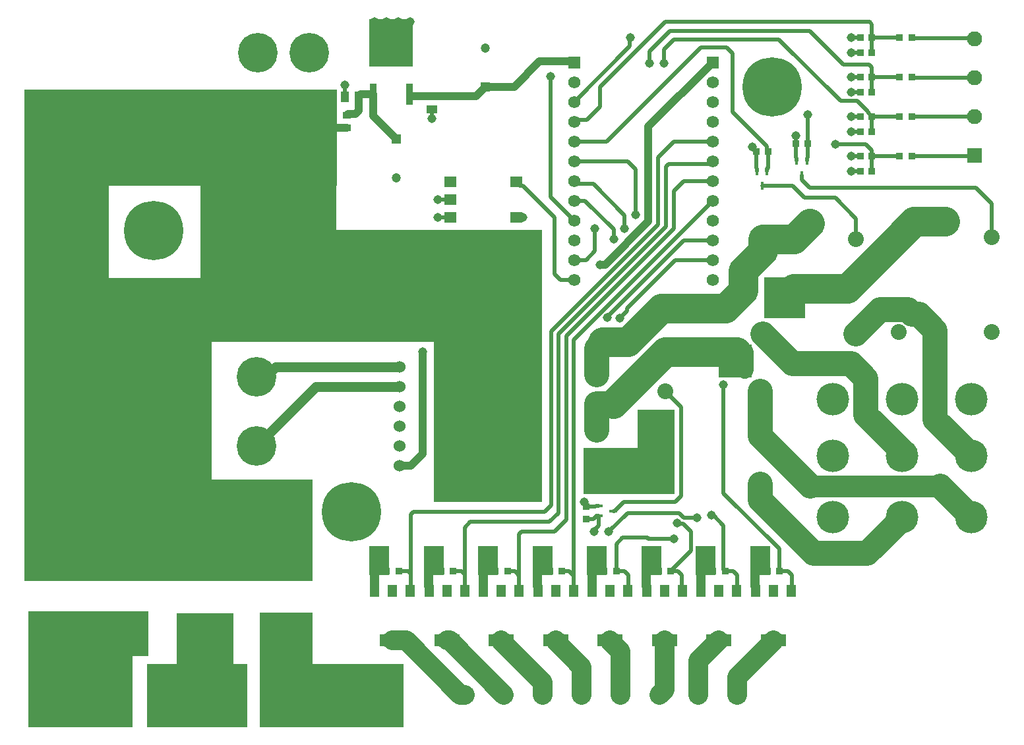
<source format=gtl>
G04*
G04 #@! TF.GenerationSoftware,Altium Limited,Altium Designer,21.6.4 (81)*
G04*
G04 Layer_Physical_Order=1*
G04 Layer_Color=255*
%FSLAX25Y25*%
%MOIN*%
G70*
G04*
G04 #@! TF.SameCoordinates,954FB955-D8E7-4683-B3BB-D37EB7A61878*
G04*
G04*
G04 #@! TF.FilePolarity,Positive*
G04*
G01*
G75*
%ADD15C,0.02000*%
%ADD16R,0.03661X0.03425*%
%ADD17R,0.04400X0.01800*%
%ADD18R,0.03425X0.03661*%
%ADD19R,0.04724X0.06299*%
%ADD20R,0.12992X0.06299*%
%ADD21R,0.04331X0.05433*%
%ADD22R,0.03898X0.03661*%
%ADD23R,0.06299X0.05512*%
%ADD24R,0.05433X0.04331*%
%ADD26R,0.03819X0.11142*%
%ADD27R,0.01800X0.04400*%
%ADD28R,0.03543X0.03819*%
%ADD29R,0.03740X0.03661*%
%ADD58R,0.22165X0.23976*%
%ADD59C,0.15000*%
%ADD60C,0.09000*%
%ADD61C,0.12500*%
%ADD62C,0.04000*%
%ADD63C,0.05000*%
%ADD64C,0.10000*%
%ADD65C,0.11000*%
%ADD66R,0.17000X0.17000*%
%ADD67R,0.21000X0.21000*%
%ADD68R,0.55000X1.26000*%
%ADD69R,1.73000X0.57000*%
%ADD70R,0.69000X0.86500*%
%ADD71R,0.42500X1.10500*%
%ADD72R,0.05000X0.15500*%
%ADD73R,0.10000X0.14500*%
%ADD74R,0.19000X0.43000*%
%ADD75R,0.33000X0.23500*%
%ADD76R,0.53000X0.59000*%
%ADD77R,0.31000X0.23000*%
%ADD78R,0.51000X0.32000*%
%ADD79R,0.29000X0.35000*%
%ADD80R,0.27000X0.58000*%
%ADD81R,0.73000X0.32000*%
%ADD82R,1.02500X0.51500*%
%ADD83R,0.95000X1.53500*%
%ADD84R,1.58000X0.49000*%
%ADD85C,0.09000*%
%ADD86C,0.07677*%
%ADD87R,0.07677X0.07677*%
%ADD88R,0.07677X0.07677*%
%ADD89C,0.16500*%
%ADD90C,0.04724*%
%ADD91R,0.04724X0.04724*%
%ADD92C,0.20000*%
%ADD93C,0.08000*%
%ADD94C,0.06000*%
%ADD95C,0.06142*%
%ADD96R,0.06142X0.06142*%
%ADD97C,0.04500*%
%ADD98C,0.30000*%
D15*
X355500Y124500D02*
Y179500D01*
Y124500D02*
X383671Y96329D01*
X303000Y213000D02*
Y213086D01*
X306669Y216755D01*
Y218169D02*
X331000Y242500D01*
X306669Y216755D02*
Y218169D01*
X296755Y213755D02*
X335500Y252500D01*
X350000D01*
X296755Y213245D02*
Y213755D01*
X334000Y123000D02*
Y168106D01*
X304850Y120000D02*
X331000D01*
X334000Y123000D01*
X325984Y176122D02*
X334000Y168106D01*
X279655Y82845D02*
Y202155D01*
X350000Y272500D01*
X268500Y118500D02*
Y206500D01*
X322500Y260500D02*
Y294500D01*
X330500Y258500D02*
Y277500D01*
X276000Y111000D02*
Y204000D01*
X326500Y259500D02*
Y289828D01*
X268500Y206500D02*
X322500Y260500D01*
X272000Y205000D02*
X326500Y259500D01*
X276000Y204000D02*
X330500Y258500D01*
X272000Y114500D02*
Y205000D01*
X270000Y105000D02*
X276000Y111000D01*
X267500Y110000D02*
X272000Y114500D01*
X198672Y115000D02*
X265000D01*
X227500Y110000D02*
X267500D01*
X253327Y105000D02*
X270000D01*
X265000Y115000D02*
X268500Y118500D01*
X273671Y85000D02*
X277500D01*
X300350Y115500D02*
X304850Y120000D01*
X285478Y118093D02*
Y119522D01*
Y118093D02*
X286000Y117571D01*
X285000Y120000D02*
X285478Y119522D01*
X286000Y117571D02*
X290571D01*
X291299Y112900D02*
X292100D01*
X290000Y105000D02*
Y105676D01*
X292200Y107877D01*
X292100Y112900D02*
X292200Y112800D01*
Y107877D02*
Y112800D01*
X291299Y112900D02*
X292200D01*
X299800Y115500D02*
X300350D01*
X297500Y105000D02*
X307000Y114500D01*
X333010D01*
X197500Y83500D02*
Y113828D01*
X198672Y115000D01*
X224655Y107155D02*
X227500Y110000D01*
X224655Y83345D02*
Y107155D01*
X252155Y103828D02*
X253327Y105000D01*
X252155Y82845D02*
Y103828D01*
X211000Y264000D02*
X211142Y264142D01*
X211000Y273000D02*
X217465D01*
X211142Y264142D02*
X217465D01*
X252291Y280102D02*
X253898D01*
X250535Y281858D02*
X252291Y280102D01*
X253898D02*
X270000Y264000D01*
Y235500D02*
Y264000D01*
X268000Y274500D02*
X280000Y262500D01*
X268000Y274500D02*
Y335500D01*
X420000Y327500D02*
X424594D01*
X330500Y354000D02*
X383500D01*
X414644Y322856D02*
X423162D01*
X383500Y354000D02*
X414644Y322856D01*
X328500Y358500D02*
X399000D01*
X416000Y341500D02*
X429000D01*
X399000Y358500D02*
X416000Y341500D01*
X360000Y317500D02*
Y347000D01*
Y317500D02*
X377358Y300142D01*
Y298213D02*
Y300142D01*
Y298213D02*
X378071Y297500D01*
X370030Y299517D02*
X371929Y297618D01*
X370030Y299517D02*
Y299530D01*
X378071Y289171D02*
Y297618D01*
X357000Y350000D02*
X360000Y347000D01*
X371929Y288971D02*
Y297618D01*
X333010Y114500D02*
X335392Y112118D01*
X341882D01*
X342000Y112000D01*
X355500Y85671D02*
X356171Y85000D01*
X355500Y85671D02*
Y108177D01*
X350177Y113500D02*
X355500Y108177D01*
X349500Y113500D02*
X350177D01*
X317412Y101500D02*
X330500D01*
X316912Y102000D02*
X317412Y101500D01*
X304500Y102000D02*
X316912D01*
X332382Y109118D02*
X335043D01*
X339000Y105161D01*
X332000Y109500D02*
X332382Y109118D01*
X311000Y265500D02*
Y288500D01*
X307000Y292500D02*
X311000Y288500D01*
X280000Y292500D02*
X307000D01*
X430500Y295008D02*
Y298000D01*
X430492Y295000D02*
X430500Y295008D01*
X412000Y301000D02*
X427500D01*
X430500Y298000D01*
X270000Y235500D02*
X273000Y232500D01*
X280000Y322500D02*
X308022Y350522D01*
Y354522D01*
X308500Y355000D01*
X398035Y301535D02*
Y315965D01*
X398000Y316000D02*
X398035Y315965D01*
Y301535D02*
X398071Y301500D01*
X423162Y322856D02*
X428306Y317711D01*
Y317324D02*
X430492Y315138D01*
X428306Y317324D02*
Y317711D01*
X293000Y330000D02*
X326000Y363000D01*
X429321D01*
X293000Y320000D02*
Y330000D01*
X280000Y302500D02*
X296500D01*
X344000Y350000D02*
X357000D01*
X296500Y302500D02*
X344000Y350000D01*
X318000Y342000D02*
Y348000D01*
X328500Y358500D01*
X290500Y247000D02*
Y258500D01*
X286000Y242500D02*
X290500Y247000D01*
X280000Y242500D02*
X286000D01*
X289543Y280957D02*
X305500Y265000D01*
X282663Y280957D02*
X289543D01*
X305500Y258500D02*
Y265000D01*
X280000Y282500D02*
X281121D01*
X282663Y280957D01*
X300000Y253000D02*
Y258000D01*
X285500Y272500D02*
X300000Y258000D01*
X280000Y272500D02*
X285500D01*
X331000Y242500D02*
X350000D01*
X325500Y342000D02*
Y349000D01*
X301171Y98671D02*
X304500Y102000D01*
X339000Y95329D02*
Y105161D01*
X328671Y85000D02*
X339000Y95329D01*
X301171Y85000D02*
Y98671D01*
X273000Y232500D02*
X280000D01*
X330500Y277500D02*
X335500Y282500D01*
X350000D01*
X326500Y289828D02*
X327672Y291000D01*
X347379D02*
X348879Y292500D01*
X327672Y291000D02*
X347379D01*
X348879Y292500D02*
X350000D01*
X322500Y294500D02*
X330500Y302500D01*
X350000D01*
X383671Y85000D02*
Y96329D01*
X325500Y349000D02*
X330500Y354000D01*
X430492Y355000D02*
Y361828D01*
X429321Y363000D02*
X430492Y361828D01*
Y315000D02*
Y315138D01*
X372300Y287500D02*
Y288600D01*
X371929Y288971D02*
X372300Y288600D01*
X430492Y335000D02*
Y340008D01*
X429000Y341500D02*
X430492Y340008D01*
X391929Y301500D02*
Y305429D01*
X392000Y305500D01*
X377500Y287500D02*
Y288600D01*
X378071Y289171D01*
X391929Y294371D02*
X392400Y293900D01*
X391929Y294371D02*
Y301500D01*
X392400Y292800D02*
Y293900D01*
X397600D02*
X398071Y294371D01*
Y301500D01*
X397600Y292800D02*
Y293900D01*
X286186Y313186D02*
X293000Y320000D01*
X280686Y313186D02*
X286186D01*
X280000Y312500D02*
X280686Y313186D01*
X420000Y287500D02*
X424594D01*
X420000Y295000D02*
X424508D01*
X420000Y307500D02*
X424594D01*
X420000Y315000D02*
X424508D01*
X420000Y335000D02*
X424508D01*
X420000Y347500D02*
X424594D01*
X420000Y355000D02*
X424508D01*
X430492D02*
X444429D01*
X430449Y354957D02*
X430492Y355000D01*
X430449Y347543D02*
Y354957D01*
X430406Y347500D02*
X430449Y347543D01*
X430492Y335000D02*
X444429D01*
X430449Y334957D02*
X430492Y335000D01*
X430449Y327543D02*
Y334957D01*
X430406Y327500D02*
X430449Y327543D01*
X430492Y315000D02*
X444429D01*
X430449Y307543D02*
Y314957D01*
X430492Y315000D01*
X430406Y307500D02*
X430449Y307543D01*
Y287543D02*
Y294957D01*
X430492Y295000D01*
X430406Y287500D02*
X430449Y287543D01*
X430492Y295000D02*
X444429D01*
X450571D02*
X482185D01*
X482500Y295315D01*
X450571Y315000D02*
X482500D01*
X450571Y335000D02*
X450728Y334842D01*
X482342D01*
X482500Y334685D01*
X450571Y355000D02*
X450886Y354685D01*
X482185D01*
X482500Y354370D01*
X291100Y112900D02*
X291950D01*
X291000Y112601D02*
Y112800D01*
X286000Y111429D02*
X289828D01*
X291000Y112601D01*
Y112800D02*
X291100Y112900D01*
Y118100D02*
X292200D01*
X290571Y117571D02*
X291100Y118100D01*
X197155Y75098D02*
X197500Y75443D01*
Y83500D01*
X196000Y85000D02*
X197500Y83500D01*
X191171Y85000D02*
X196000D01*
X390000Y75443D02*
Y83000D01*
X389655Y75098D02*
X390000Y75443D01*
X388000Y85000D02*
X390000Y83000D01*
X383671Y85000D02*
X388000D01*
X362500Y75443D02*
Y83000D01*
X362155Y75098D02*
X362500Y75443D01*
X356171Y85000D02*
X360500D01*
X362500Y83000D01*
X334500Y75253D02*
X334655Y75098D01*
X334500Y75253D02*
Y83000D01*
X332500Y85000D02*
X334500Y83000D01*
X328671Y85000D02*
X332500D01*
X307155Y75098D02*
X307500Y75443D01*
Y83000D01*
X305500Y85000D02*
X307500Y83000D01*
X301171Y85000D02*
X305500D01*
X277500D02*
X279655Y82845D01*
Y75098D02*
Y82845D01*
X246171Y85000D02*
X250000D01*
X252155Y75098D02*
Y82845D01*
X250000Y85000D02*
X252155Y82845D01*
X223000Y85000D02*
X224655Y83345D01*
Y75098D02*
Y83345D01*
X218671Y85000D02*
X223000D01*
X119250Y183500D02*
X124121D01*
X164102Y325000D02*
Y329898D01*
X164000Y330000D02*
X164102Y329898D01*
X208000Y314000D02*
Y318602D01*
X279500Y343000D02*
X280000Y342500D01*
X196516Y326201D02*
X197319Y325398D01*
X170898Y325035D02*
X172063Y326201D01*
X170898Y325000D02*
Y325035D01*
Y325000D02*
X171000Y324898D01*
X165000Y315531D02*
X165831Y316362D01*
X146000Y312500D02*
X149031Y309469D01*
X395000Y283000D02*
X399000Y279000D01*
X483000D01*
X491122Y270878D01*
X412000Y274000D02*
X422500Y263500D01*
X396272Y274000D02*
X412000D01*
X390372Y279900D02*
X396272Y274000D01*
X395000Y283000D02*
Y285200D01*
X422500Y253031D02*
Y263500D01*
X374900Y279900D02*
X390372D01*
X491122Y254016D02*
Y270878D01*
X318110Y136752D02*
Y152500D01*
Y136752D02*
X325984Y128878D01*
D16*
X286000Y111429D02*
D03*
Y117571D02*
D03*
D17*
X299800Y115500D02*
D03*
X292200Y112900D02*
D03*
Y118100D02*
D03*
D18*
X377529Y85000D02*
D03*
X383671D02*
D03*
X350029D02*
D03*
X356171D02*
D03*
X322529D02*
D03*
X328671D02*
D03*
X295029D02*
D03*
X301171D02*
D03*
X267529D02*
D03*
X273671D02*
D03*
X240029D02*
D03*
X246171D02*
D03*
X212529D02*
D03*
X218671D02*
D03*
X185029D02*
D03*
X191171D02*
D03*
X378071Y297500D02*
D03*
X371929D02*
D03*
X450571Y355000D02*
D03*
X444429D02*
D03*
X450571Y335000D02*
D03*
X444429D02*
D03*
X450571Y315000D02*
D03*
X444429D02*
D03*
X450571Y295000D02*
D03*
X444429D02*
D03*
X398071Y301500D02*
D03*
X391929D02*
D03*
D19*
X179045Y75098D02*
D03*
X188100D02*
D03*
X197155D02*
D03*
X206545D02*
D03*
X215600D02*
D03*
X224655D02*
D03*
X234045D02*
D03*
X243100D02*
D03*
X252155D02*
D03*
X261545D02*
D03*
X270600D02*
D03*
X279655D02*
D03*
X289045D02*
D03*
X298100D02*
D03*
X307155D02*
D03*
X316545D02*
D03*
X325600D02*
D03*
X334655D02*
D03*
X344045D02*
D03*
X353100D02*
D03*
X362155D02*
D03*
X371545D02*
D03*
X380600D02*
D03*
X389655D02*
D03*
D20*
X188100Y49902D02*
D03*
X215600D02*
D03*
X243100D02*
D03*
X270600D02*
D03*
X298100D02*
D03*
X325600D02*
D03*
X353100D02*
D03*
X380600D02*
D03*
D21*
X164102Y325000D02*
D03*
X170898D02*
D03*
D22*
X165000Y315531D02*
D03*
Y309469D02*
D03*
D23*
X217465Y273000D02*
D03*
Y281858D02*
D03*
Y264142D02*
D03*
X250535D02*
D03*
Y281858D02*
D03*
D24*
X208000Y318602D02*
D03*
Y325398D02*
D03*
D26*
X196516Y326201D02*
D03*
X178484D02*
D03*
D27*
X377500Y287500D02*
D03*
X372300D02*
D03*
X374900Y279900D02*
D03*
X397600Y292800D02*
D03*
X392400D02*
D03*
X395000Y285200D02*
D03*
D28*
X424508Y355000D02*
D03*
X430492D02*
D03*
X424508Y335000D02*
D03*
X430492D02*
D03*
X424508Y315000D02*
D03*
X430492D02*
D03*
X424508Y295000D02*
D03*
X430492D02*
D03*
D29*
X424594Y347500D02*
D03*
X430406D02*
D03*
X424594Y327500D02*
D03*
X430406D02*
D03*
X424594Y307500D02*
D03*
X430406D02*
D03*
X424594Y287500D02*
D03*
X430406D02*
D03*
D58*
X187500Y352382D02*
D03*
D59*
X391000Y228000D02*
X417862D01*
X326000Y196000D02*
X362094D01*
X365301Y227030D02*
Y236902D01*
X375256Y246856D02*
Y253031D01*
X356271Y218000D02*
X365301Y227030D01*
Y236902D02*
X375256Y246856D01*
X324000Y218000D02*
X356271D01*
X307000Y201000D02*
X324000Y218000D01*
X299700Y169700D02*
X326000Y196000D01*
X391004Y253031D02*
X398878Y260906D01*
X375256Y253031D02*
X391004D01*
X417862Y228000D02*
X443878Y254016D01*
X294500Y201000D02*
X307000D01*
X451752Y261890D02*
X467500D01*
X443878Y254016D02*
X451752Y261890D01*
D60*
X366000Y187000D02*
Y196000D01*
D61*
X291200Y169700D02*
X299700D01*
X291200Y197700D02*
X294500Y201000D01*
X291200Y156300D02*
Y169700D01*
X454178Y215000D02*
X462500Y206678D01*
X450772Y215000D02*
X454178D01*
X422500Y205000D02*
X434734Y217234D01*
X448538D02*
X450772Y215000D01*
X434734Y217234D02*
X448538D01*
X291200Y184300D02*
Y197700D01*
X462500Y161800D02*
X480700Y143600D01*
X462500Y161800D02*
Y206678D01*
X444841Y110841D02*
Y112500D01*
X428000Y94000D02*
X444841Y110841D01*
X401000Y94000D02*
X428000D01*
X390256Y190000D02*
X420000D01*
X427500Y182500D01*
Y164100D02*
Y182500D01*
Y164100D02*
X445000Y146600D01*
X375256Y205000D02*
X390256Y190000D01*
X374016Y120984D02*
X401000Y94000D01*
X465100Y128000D02*
X480600Y112500D01*
X374016Y153484D02*
X399500Y128000D01*
X374016Y153484D02*
Y176122D01*
Y120984D02*
Y128878D01*
D62*
X262500Y343000D02*
X279500D01*
X249658Y330157D02*
X262500Y343000D01*
X235000Y330157D02*
X249658D01*
X293000Y240000D02*
X293096Y240096D01*
X295596D01*
X317500Y262000D01*
Y310000D01*
X203500Y144500D02*
Y196000D01*
X191750Y138500D02*
X197500D01*
X203500Y144500D01*
X317500Y310000D02*
X350000Y342500D01*
X208000Y325398D02*
X230240D01*
X235000Y330157D01*
X197319Y325398D02*
X208000D01*
X149031Y309469D02*
X165000D01*
X172063Y326201D02*
X178484D01*
X171000Y318000D02*
Y324898D01*
X165831Y316362D02*
X169362D01*
X171000Y318000D01*
X178484Y315358D02*
X190000Y303842D01*
X178484Y315358D02*
Y326201D01*
D63*
X129121Y188500D02*
X191750D01*
X124121Y183500D02*
X129121Y188500D01*
X149250Y178500D02*
X191750D01*
X119250Y148500D02*
X149250Y178500D01*
D64*
X222500Y22500D02*
X224675D01*
X195098Y49902D02*
X222500Y22500D01*
X188100Y49902D02*
X195098D01*
X362470Y22500D02*
Y31417D01*
X380600Y49547D01*
X342785Y22500D02*
Y39587D01*
X353100Y49902D01*
X303415Y22500D02*
Y44232D01*
X298100Y49547D02*
X303415Y44232D01*
X298100Y49547D02*
Y49902D01*
X215600D02*
X216958D01*
X244360Y22500D01*
X264045D02*
Y28602D01*
X243100Y49547D02*
Y49902D01*
Y49547D02*
X264045Y28602D01*
X270600Y49547D02*
Y49902D01*
Y49547D02*
X283730Y36417D01*
Y22500D02*
Y36417D01*
X325600Y25000D02*
Y49902D01*
X323100Y22500D02*
X325600Y25000D01*
X380600Y49547D02*
Y49902D01*
X445000Y142500D02*
Y146600D01*
D65*
X399500Y128000D02*
X465100D01*
D66*
X361500Y191500D02*
D03*
D67*
X386500Y223500D02*
D03*
D68*
X236500Y183000D02*
D03*
D69*
X177500Y229500D02*
D03*
D70*
X125500Y285250D02*
D03*
D71*
X23250Y272750D02*
D03*
D72*
X371500Y84250D02*
D03*
X344000D02*
D03*
X316500D02*
D03*
X289000D02*
D03*
X261500D02*
D03*
X179000D02*
D03*
X234000D02*
D03*
X206500D02*
D03*
D73*
X374000Y90250D02*
D03*
X346500D02*
D03*
X319000D02*
D03*
X291500D02*
D03*
X264000D02*
D03*
X181500D02*
D03*
X236500D02*
D03*
X209000D02*
D03*
D74*
X321500Y145500D02*
D03*
D75*
X301000Y135750D02*
D03*
D76*
X30500Y35500D02*
D03*
D77*
X49500Y53500D02*
D03*
D78*
X89500Y22000D02*
D03*
D79*
X93500Y46500D02*
D03*
D80*
X134500Y35000D02*
D03*
D81*
X157500Y22000D02*
D03*
D82*
X96250Y105750D02*
D03*
D83*
X49500Y156750D02*
D03*
D84*
X81000Y304500D02*
D03*
D85*
X291200Y197700D02*
D03*
Y184300D02*
D03*
X252800Y197700D02*
D03*
Y184300D02*
D03*
X291200Y169700D02*
D03*
Y156300D02*
D03*
X252800Y169700D02*
D03*
Y156300D02*
D03*
X126300Y94200D02*
D03*
X139700D02*
D03*
X126300Y55800D02*
D03*
X139700D02*
D03*
X87300Y94200D02*
D03*
X100700D02*
D03*
X87300Y55800D02*
D03*
X100700D02*
D03*
X43900Y94200D02*
D03*
X57300D02*
D03*
X43900Y55800D02*
D03*
X57300D02*
D03*
X291200Y141700D02*
D03*
Y128300D02*
D03*
X252800Y141700D02*
D03*
Y128300D02*
D03*
D86*
X482500Y354370D02*
D03*
Y334685D02*
D03*
Y315000D02*
D03*
X224675Y22500D02*
D03*
X244360D02*
D03*
X264045D02*
D03*
X283730D02*
D03*
X303415D02*
D03*
X323100D02*
D03*
X342785D02*
D03*
X30620Y20472D02*
D03*
X50305D02*
D03*
X69990D02*
D03*
X89675D02*
D03*
X109360D02*
D03*
X129045D02*
D03*
X148730D02*
D03*
X168415D02*
D03*
X188100D02*
D03*
D87*
X482500Y295315D02*
D03*
D88*
X362470Y22500D02*
D03*
X10935Y20472D02*
D03*
D89*
X480600Y172000D02*
D03*
Y143500D02*
D03*
Y112500D02*
D03*
X445600D02*
D03*
Y143500D02*
D03*
Y172000D02*
D03*
X410600D02*
D03*
Y143500D02*
D03*
Y112500D02*
D03*
D90*
X190000Y284157D02*
D03*
X235000Y349843D02*
D03*
D91*
X190000Y303842D02*
D03*
X235000Y330157D02*
D03*
D92*
X120000Y347500D02*
D03*
X146000D02*
D03*
X120000Y312500D02*
D03*
X146000D02*
D03*
X119250Y148500D02*
D03*
Y183500D02*
D03*
D93*
X467500Y261890D02*
D03*
X443878Y254016D02*
D03*
X374016Y128878D02*
D03*
X325984D02*
D03*
X318110Y152500D02*
D03*
X325984Y176122D02*
D03*
X374016D02*
D03*
X375256Y205000D02*
D03*
Y253031D02*
D03*
X398878Y260906D02*
D03*
X422500Y253031D02*
D03*
Y205000D02*
D03*
X443878Y205984D02*
D03*
X491122Y254016D02*
D03*
Y205984D02*
D03*
X366000Y196000D02*
D03*
Y187000D02*
D03*
X357000Y199000D02*
D03*
Y190000D02*
D03*
X381000Y219000D02*
D03*
Y228000D02*
D03*
X391000Y219000D02*
D03*
Y228000D02*
D03*
D94*
X191750Y138500D02*
D03*
Y148500D02*
D03*
Y158500D02*
D03*
Y188500D02*
D03*
Y178500D02*
D03*
Y168500D02*
D03*
D95*
X350000Y302500D02*
D03*
Y312500D02*
D03*
Y322500D02*
D03*
Y332500D02*
D03*
Y252500D02*
D03*
Y262500D02*
D03*
Y272500D02*
D03*
Y282500D02*
D03*
Y292500D02*
D03*
Y242500D02*
D03*
Y232500D02*
D03*
X280000Y302500D02*
D03*
Y312500D02*
D03*
Y322500D02*
D03*
Y332500D02*
D03*
Y252500D02*
D03*
Y262500D02*
D03*
Y272500D02*
D03*
Y282500D02*
D03*
Y292500D02*
D03*
Y242500D02*
D03*
Y232500D02*
D03*
D96*
X350000Y342500D02*
D03*
X280000D02*
D03*
D97*
X355500Y179500D02*
D03*
X303000Y213000D02*
D03*
X296755Y213245D02*
D03*
X285000Y120000D02*
D03*
X290000Y105000D02*
D03*
X297500D02*
D03*
X211000Y273000D02*
D03*
Y264000D02*
D03*
X254000D02*
D03*
X420000Y327500D02*
D03*
X370030Y299530D02*
D03*
X342000Y112000D02*
D03*
X349500Y113500D02*
D03*
X330500Y101500D02*
D03*
X332000Y109500D02*
D03*
X311000Y265500D02*
D03*
X412000Y301000D02*
D03*
X268000Y335500D02*
D03*
X308500Y355000D02*
D03*
X398000Y316000D02*
D03*
X318000Y342000D02*
D03*
X290500Y258500D02*
D03*
X305500D02*
D03*
X293000Y240000D02*
D03*
X300000Y253000D02*
D03*
X325500Y342000D02*
D03*
X203500Y196000D02*
D03*
X391929Y305429D02*
D03*
X420000Y287500D02*
D03*
Y295000D02*
D03*
Y307500D02*
D03*
Y315000D02*
D03*
Y335000D02*
D03*
Y347500D02*
D03*
Y355000D02*
D03*
X371500Y80000D02*
D03*
Y85000D02*
D03*
Y90000D02*
D03*
X376500D02*
D03*
X371500Y95000D02*
D03*
X376500D02*
D03*
X344000Y80000D02*
D03*
Y85000D02*
D03*
Y90000D02*
D03*
X349000D02*
D03*
X344000Y95000D02*
D03*
X349000D02*
D03*
X316500Y80000D02*
D03*
Y85000D02*
D03*
Y90000D02*
D03*
X321500D02*
D03*
X316500Y95000D02*
D03*
X321500D02*
D03*
X289000Y80000D02*
D03*
Y85000D02*
D03*
Y90000D02*
D03*
X294000D02*
D03*
X289000Y95000D02*
D03*
X294000D02*
D03*
X261500Y80000D02*
D03*
Y85000D02*
D03*
Y90000D02*
D03*
X266500D02*
D03*
X261500Y95000D02*
D03*
X266500D02*
D03*
X179000Y80000D02*
D03*
Y85000D02*
D03*
Y90000D02*
D03*
X184000D02*
D03*
X179000Y95000D02*
D03*
X184000D02*
D03*
X234000Y80000D02*
D03*
Y85000D02*
D03*
Y90000D02*
D03*
X239000D02*
D03*
X234000Y95000D02*
D03*
X239000D02*
D03*
X211500D02*
D03*
X206500D02*
D03*
X211500Y90000D02*
D03*
X206500D02*
D03*
Y85000D02*
D03*
Y80000D02*
D03*
X197000Y363000D02*
D03*
X191000D02*
D03*
X185000D02*
D03*
X179000D02*
D03*
X164000Y331000D02*
D03*
X208000Y314000D02*
D03*
D98*
X380000Y330000D02*
D03*
X167500Y115000D02*
D03*
X67500Y257500D02*
D03*
M02*

</source>
